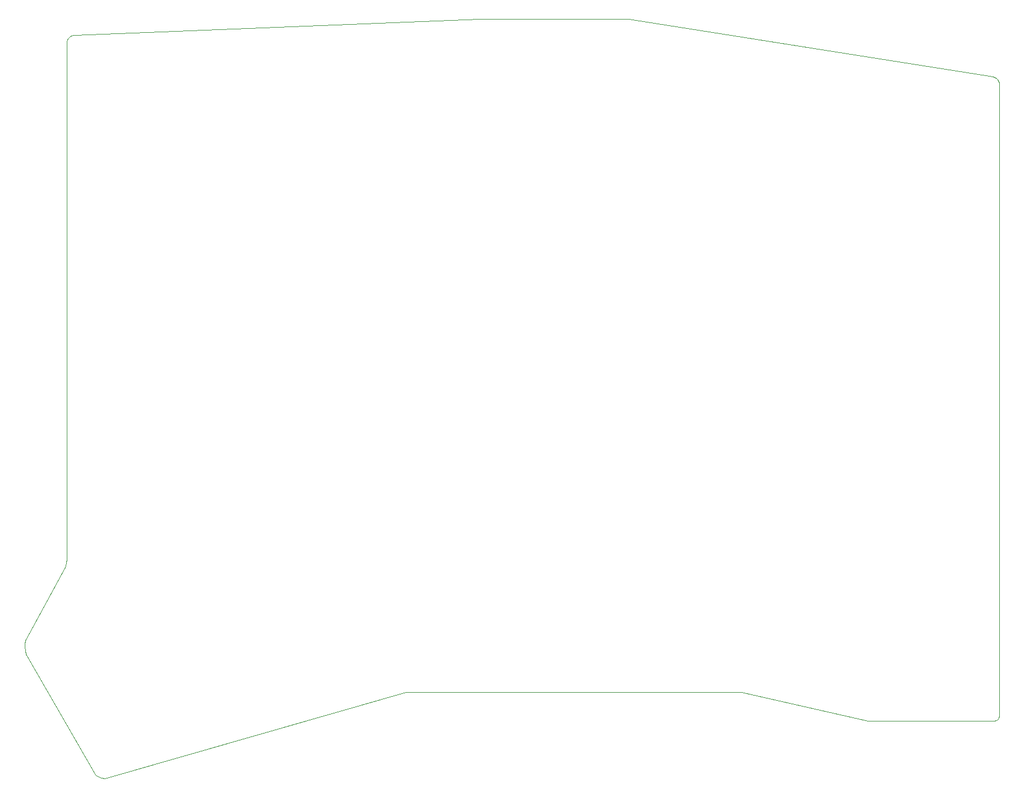
<source format=gm1>
G04 #@! TF.GenerationSoftware,KiCad,Pcbnew,(6.0.11-0)*
G04 #@! TF.CreationDate,2023-05-27T14:14:42+01:00*
G04 #@! TF.ProjectId,SofleKeyboardBottomPlate,536f666c-654b-4657-9962-6f617264426f,rev?*
G04 #@! TF.SameCoordinates,Original*
G04 #@! TF.FileFunction,Profile,NP*
%FSLAX46Y46*%
G04 Gerber Fmt 4.6, Leading zero omitted, Abs format (unit mm)*
G04 Created by KiCad (PCBNEW (6.0.11-0)) date 2023-05-27 14:14:42*
%MOMM*%
%LPD*%
G01*
G04 APERTURE LIST*
G04 #@! TA.AperFunction,Profile*
%ADD10C,0.100000*%
G04 #@! TD*
G04 APERTURE END LIST*
D10*
X226008881Y-44672807D02*
X226095281Y-44853672D01*
X93275000Y-146875000D02*
X83025000Y-129075000D01*
X171675000Y-35675000D02*
X225200441Y-44120146D01*
X89000257Y-115075000D02*
X88925000Y-115725000D01*
X94075000Y-147325000D02*
X94625000Y-147425000D01*
X82875000Y-128575000D02*
X82825000Y-127975000D01*
X93625000Y-147175000D02*
X94075000Y-147325000D01*
X225402111Y-44171776D02*
X225586871Y-44256466D01*
X89022257Y-38920261D02*
X89089377Y-38704014D01*
X88998857Y-39152435D02*
X89022257Y-38920261D01*
X88925000Y-115725000D02*
X88725000Y-116325000D01*
X82825000Y-127975000D02*
X82825000Y-127575000D01*
X93275000Y-146875000D02*
X93625000Y-147175000D01*
X225200441Y-44120146D02*
X225402111Y-44171776D01*
X226149381Y-45049571D02*
X226168181Y-45256902D01*
X82925000Y-127075000D02*
X88725000Y-116325000D01*
X89089377Y-38704014D02*
X89195590Y-38508327D01*
X89506752Y-38197160D02*
X89702436Y-38090945D01*
X226095281Y-44853672D02*
X226149381Y-45049571D01*
X149725000Y-35675000D02*
X90150853Y-38000405D01*
X83025000Y-129075000D02*
X82875000Y-128575000D01*
X89195590Y-38508327D02*
X89336259Y-38337831D01*
X82825000Y-127575000D02*
X82925000Y-127075000D01*
X89336259Y-38337831D02*
X89506752Y-38197160D01*
X138879128Y-134675000D02*
X94625000Y-147425000D01*
X89918680Y-38023815D02*
X90150853Y-38000405D01*
X225751621Y-44370600D02*
X225893321Y-44510582D01*
X89702436Y-38090945D02*
X89918680Y-38023815D01*
X149725000Y-35675000D02*
X171675000Y-35675000D01*
X225893321Y-44510582D02*
X226008881Y-44672807D01*
X89000257Y-115075000D02*
X88998857Y-39152435D01*
X225586871Y-44256466D02*
X225751621Y-44370600D01*
X138879128Y-134675000D02*
X188221900Y-134673000D01*
X206832200Y-138932820D02*
X188221900Y-134673000D01*
X226168181Y-45256902D02*
X226166702Y-138363974D01*
X225592640Y-138932880D02*
G75*
G03*
X226166702Y-138363974I5060J568980D01*
G01*
X225592641Y-138932819D02*
X206832200Y-138932820D01*
M02*

</source>
